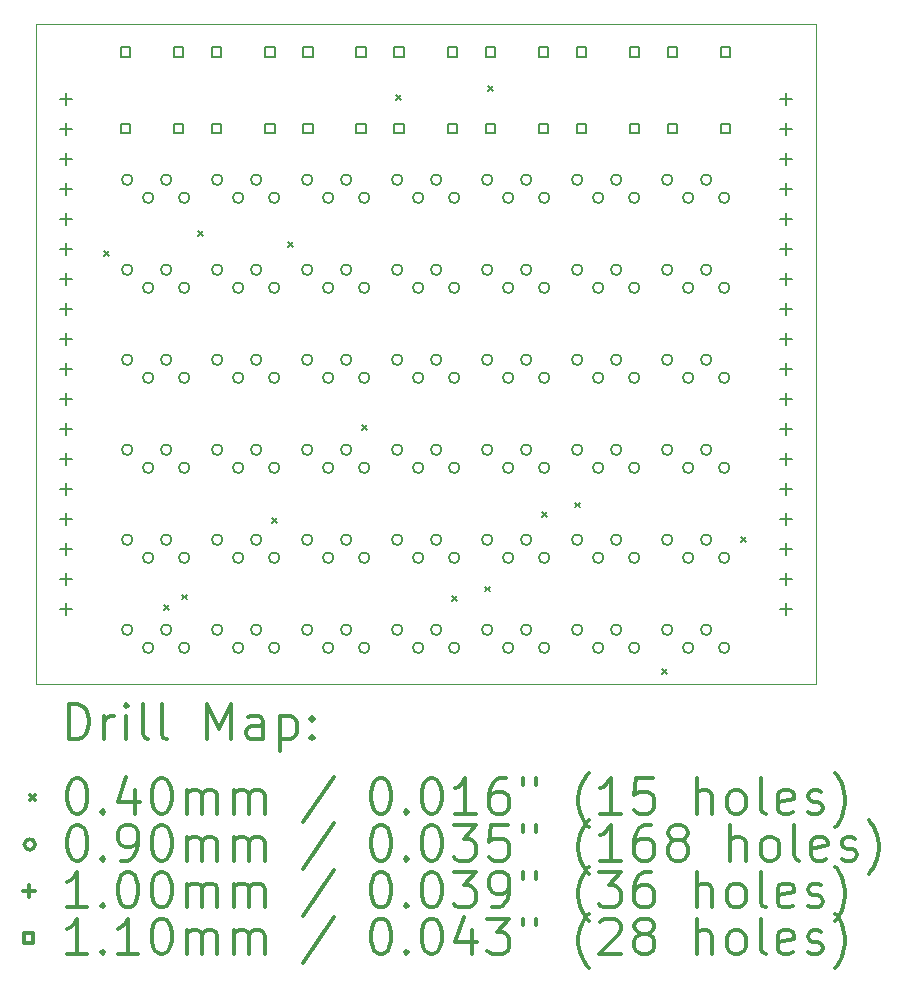
<source format=gbr>
%FSLAX45Y45*%
G04 Gerber Fmt 4.5, Leading zero omitted, Abs format (unit mm)*
G04 Created by KiCad (PCBNEW 5.1.6+dfsg1-1) date 2020-07-01 01:52:53*
%MOMM*%
%LPD*%
G01*
G04 APERTURE LIST*
%TA.AperFunction,Profile*%
%ADD10C,0.100000*%
%TD*%
%ADD11C,0.200000*%
%ADD12C,0.300000*%
G04 APERTURE END LIST*
D10*
X18288000Y-10668000D02*
X24892000Y-10668000D01*
X24892000Y-10668000D02*
X24892000Y-5080000D01*
X24892000Y-5080000D02*
X18288000Y-5080000D01*
X18288000Y-5080000D02*
X18288000Y-10668000D01*
D11*
X18864900Y-7003100D02*
X18904900Y-7043100D01*
X18904900Y-7003100D02*
X18864900Y-7043100D01*
X19372900Y-10000300D02*
X19412900Y-10040300D01*
X19412900Y-10000300D02*
X19372900Y-10040300D01*
X19525300Y-9914570D02*
X19565300Y-9954570D01*
X19565300Y-9914570D02*
X19525300Y-9954570D01*
X19665000Y-6838000D02*
X19705000Y-6878000D01*
X19705000Y-6838000D02*
X19665000Y-6878000D01*
X20287300Y-9263700D02*
X20327300Y-9303700D01*
X20327300Y-9263700D02*
X20287300Y-9303700D01*
X20427000Y-6926900D02*
X20467000Y-6966900D01*
X20467000Y-6926900D02*
X20427000Y-6966900D01*
X21049300Y-8476300D02*
X21089300Y-8516300D01*
X21089300Y-8476300D02*
X21049300Y-8516300D01*
X21341400Y-5685471D02*
X21381400Y-5725471D01*
X21381400Y-5685471D02*
X21341400Y-5725471D01*
X21811300Y-9924100D02*
X21851300Y-9964100D01*
X21851300Y-9924100D02*
X21811300Y-9964100D01*
X22090700Y-9844730D02*
X22130700Y-9884730D01*
X22130700Y-9844730D02*
X22090700Y-9884730D01*
X22116100Y-5606100D02*
X22156100Y-5646100D01*
X22156100Y-5606100D02*
X22116100Y-5646100D01*
X22573300Y-9212900D02*
X22613300Y-9252900D01*
X22613300Y-9212900D02*
X22573300Y-9252900D01*
X22852700Y-9133530D02*
X22892700Y-9173530D01*
X22892700Y-9133530D02*
X22852700Y-9173530D01*
X23589300Y-10546400D02*
X23629300Y-10586400D01*
X23629300Y-10546400D02*
X23589300Y-10586400D01*
X24262400Y-9428800D02*
X24302400Y-9468800D01*
X24302400Y-9428800D02*
X24262400Y-9468800D01*
X21393700Y-8686800D02*
G75*
G03*
X21393700Y-8686800I-45000J0D01*
G01*
X21571500Y-8839200D02*
G75*
G03*
X21571500Y-8839200I-45000J0D01*
G01*
X21723900Y-8686800D02*
G75*
G03*
X21723900Y-8686800I-45000J0D01*
G01*
X21876300Y-8839200D02*
G75*
G03*
X21876300Y-8839200I-45000J0D01*
G01*
X19869700Y-6400800D02*
G75*
G03*
X19869700Y-6400800I-45000J0D01*
G01*
X20047500Y-6553200D02*
G75*
G03*
X20047500Y-6553200I-45000J0D01*
G01*
X20199900Y-6400800D02*
G75*
G03*
X20199900Y-6400800I-45000J0D01*
G01*
X20352300Y-6553200D02*
G75*
G03*
X20352300Y-6553200I-45000J0D01*
G01*
X23679700Y-10210800D02*
G75*
G03*
X23679700Y-10210800I-45000J0D01*
G01*
X23857500Y-10363200D02*
G75*
G03*
X23857500Y-10363200I-45000J0D01*
G01*
X24009900Y-10210800D02*
G75*
G03*
X24009900Y-10210800I-45000J0D01*
G01*
X24162300Y-10363200D02*
G75*
G03*
X24162300Y-10363200I-45000J0D01*
G01*
X19107700Y-10210800D02*
G75*
G03*
X19107700Y-10210800I-45000J0D01*
G01*
X19285500Y-10363200D02*
G75*
G03*
X19285500Y-10363200I-45000J0D01*
G01*
X19437900Y-10210800D02*
G75*
G03*
X19437900Y-10210800I-45000J0D01*
G01*
X19590300Y-10363200D02*
G75*
G03*
X19590300Y-10363200I-45000J0D01*
G01*
X22917700Y-6400800D02*
G75*
G03*
X22917700Y-6400800I-45000J0D01*
G01*
X23095500Y-6553200D02*
G75*
G03*
X23095500Y-6553200I-45000J0D01*
G01*
X23247900Y-6400800D02*
G75*
G03*
X23247900Y-6400800I-45000J0D01*
G01*
X23400300Y-6553200D02*
G75*
G03*
X23400300Y-6553200I-45000J0D01*
G01*
X19107700Y-7162800D02*
G75*
G03*
X19107700Y-7162800I-45000J0D01*
G01*
X19285500Y-7315200D02*
G75*
G03*
X19285500Y-7315200I-45000J0D01*
G01*
X19437900Y-7162800D02*
G75*
G03*
X19437900Y-7162800I-45000J0D01*
G01*
X19590300Y-7315200D02*
G75*
G03*
X19590300Y-7315200I-45000J0D01*
G01*
X21393700Y-7162800D02*
G75*
G03*
X21393700Y-7162800I-45000J0D01*
G01*
X21571500Y-7315200D02*
G75*
G03*
X21571500Y-7315200I-45000J0D01*
G01*
X21723900Y-7162800D02*
G75*
G03*
X21723900Y-7162800I-45000J0D01*
G01*
X21876300Y-7315200D02*
G75*
G03*
X21876300Y-7315200I-45000J0D01*
G01*
X22155700Y-7924800D02*
G75*
G03*
X22155700Y-7924800I-45000J0D01*
G01*
X22333500Y-8077200D02*
G75*
G03*
X22333500Y-8077200I-45000J0D01*
G01*
X22485900Y-7924800D02*
G75*
G03*
X22485900Y-7924800I-45000J0D01*
G01*
X22638300Y-8077200D02*
G75*
G03*
X22638300Y-8077200I-45000J0D01*
G01*
X22155700Y-7162800D02*
G75*
G03*
X22155700Y-7162800I-45000J0D01*
G01*
X22333500Y-7315200D02*
G75*
G03*
X22333500Y-7315200I-45000J0D01*
G01*
X22485900Y-7162800D02*
G75*
G03*
X22485900Y-7162800I-45000J0D01*
G01*
X22638300Y-7315200D02*
G75*
G03*
X22638300Y-7315200I-45000J0D01*
G01*
X20631700Y-8686800D02*
G75*
G03*
X20631700Y-8686800I-45000J0D01*
G01*
X20809500Y-8839200D02*
G75*
G03*
X20809500Y-8839200I-45000J0D01*
G01*
X20961900Y-8686800D02*
G75*
G03*
X20961900Y-8686800I-45000J0D01*
G01*
X21114300Y-8839200D02*
G75*
G03*
X21114300Y-8839200I-45000J0D01*
G01*
X21393700Y-10210800D02*
G75*
G03*
X21393700Y-10210800I-45000J0D01*
G01*
X21571500Y-10363200D02*
G75*
G03*
X21571500Y-10363200I-45000J0D01*
G01*
X21723900Y-10210800D02*
G75*
G03*
X21723900Y-10210800I-45000J0D01*
G01*
X21876300Y-10363200D02*
G75*
G03*
X21876300Y-10363200I-45000J0D01*
G01*
X23679700Y-9448800D02*
G75*
G03*
X23679700Y-9448800I-45000J0D01*
G01*
X23857500Y-9601200D02*
G75*
G03*
X23857500Y-9601200I-45000J0D01*
G01*
X24009900Y-9448800D02*
G75*
G03*
X24009900Y-9448800I-45000J0D01*
G01*
X24162300Y-9601200D02*
G75*
G03*
X24162300Y-9601200I-45000J0D01*
G01*
X22917700Y-7162800D02*
G75*
G03*
X22917700Y-7162800I-45000J0D01*
G01*
X23095500Y-7315200D02*
G75*
G03*
X23095500Y-7315200I-45000J0D01*
G01*
X23247900Y-7162800D02*
G75*
G03*
X23247900Y-7162800I-45000J0D01*
G01*
X23400300Y-7315200D02*
G75*
G03*
X23400300Y-7315200I-45000J0D01*
G01*
X19869700Y-8686800D02*
G75*
G03*
X19869700Y-8686800I-45000J0D01*
G01*
X20047500Y-8839200D02*
G75*
G03*
X20047500Y-8839200I-45000J0D01*
G01*
X20199900Y-8686800D02*
G75*
G03*
X20199900Y-8686800I-45000J0D01*
G01*
X20352300Y-8839200D02*
G75*
G03*
X20352300Y-8839200I-45000J0D01*
G01*
X20631700Y-7162800D02*
G75*
G03*
X20631700Y-7162800I-45000J0D01*
G01*
X20809500Y-7315200D02*
G75*
G03*
X20809500Y-7315200I-45000J0D01*
G01*
X20961900Y-7162800D02*
G75*
G03*
X20961900Y-7162800I-45000J0D01*
G01*
X21114300Y-7315200D02*
G75*
G03*
X21114300Y-7315200I-45000J0D01*
G01*
X22155700Y-6400800D02*
G75*
G03*
X22155700Y-6400800I-45000J0D01*
G01*
X22333500Y-6553200D02*
G75*
G03*
X22333500Y-6553200I-45000J0D01*
G01*
X22485900Y-6400800D02*
G75*
G03*
X22485900Y-6400800I-45000J0D01*
G01*
X22638300Y-6553200D02*
G75*
G03*
X22638300Y-6553200I-45000J0D01*
G01*
X21393700Y-6400800D02*
G75*
G03*
X21393700Y-6400800I-45000J0D01*
G01*
X21571500Y-6553200D02*
G75*
G03*
X21571500Y-6553200I-45000J0D01*
G01*
X21723900Y-6400800D02*
G75*
G03*
X21723900Y-6400800I-45000J0D01*
G01*
X21876300Y-6553200D02*
G75*
G03*
X21876300Y-6553200I-45000J0D01*
G01*
X23679700Y-8686800D02*
G75*
G03*
X23679700Y-8686800I-45000J0D01*
G01*
X23857500Y-8839200D02*
G75*
G03*
X23857500Y-8839200I-45000J0D01*
G01*
X24009900Y-8686800D02*
G75*
G03*
X24009900Y-8686800I-45000J0D01*
G01*
X24162300Y-8839200D02*
G75*
G03*
X24162300Y-8839200I-45000J0D01*
G01*
X19869700Y-9448800D02*
G75*
G03*
X19869700Y-9448800I-45000J0D01*
G01*
X20047500Y-9601200D02*
G75*
G03*
X20047500Y-9601200I-45000J0D01*
G01*
X20199900Y-9448800D02*
G75*
G03*
X20199900Y-9448800I-45000J0D01*
G01*
X20352300Y-9601200D02*
G75*
G03*
X20352300Y-9601200I-45000J0D01*
G01*
X19107700Y-6400800D02*
G75*
G03*
X19107700Y-6400800I-45000J0D01*
G01*
X19285500Y-6553200D02*
G75*
G03*
X19285500Y-6553200I-45000J0D01*
G01*
X19437900Y-6400800D02*
G75*
G03*
X19437900Y-6400800I-45000J0D01*
G01*
X19590300Y-6553200D02*
G75*
G03*
X19590300Y-6553200I-45000J0D01*
G01*
X22155700Y-10210800D02*
G75*
G03*
X22155700Y-10210800I-45000J0D01*
G01*
X22333500Y-10363200D02*
G75*
G03*
X22333500Y-10363200I-45000J0D01*
G01*
X22485900Y-10210800D02*
G75*
G03*
X22485900Y-10210800I-45000J0D01*
G01*
X22638300Y-10363200D02*
G75*
G03*
X22638300Y-10363200I-45000J0D01*
G01*
X23679700Y-6400800D02*
G75*
G03*
X23679700Y-6400800I-45000J0D01*
G01*
X23857500Y-6553200D02*
G75*
G03*
X23857500Y-6553200I-45000J0D01*
G01*
X24009900Y-6400800D02*
G75*
G03*
X24009900Y-6400800I-45000J0D01*
G01*
X24162300Y-6553200D02*
G75*
G03*
X24162300Y-6553200I-45000J0D01*
G01*
X22155700Y-8686800D02*
G75*
G03*
X22155700Y-8686800I-45000J0D01*
G01*
X22333500Y-8839200D02*
G75*
G03*
X22333500Y-8839200I-45000J0D01*
G01*
X22485900Y-8686800D02*
G75*
G03*
X22485900Y-8686800I-45000J0D01*
G01*
X22638300Y-8839200D02*
G75*
G03*
X22638300Y-8839200I-45000J0D01*
G01*
X19107700Y-8686800D02*
G75*
G03*
X19107700Y-8686800I-45000J0D01*
G01*
X19285500Y-8839200D02*
G75*
G03*
X19285500Y-8839200I-45000J0D01*
G01*
X19437900Y-8686800D02*
G75*
G03*
X19437900Y-8686800I-45000J0D01*
G01*
X19590300Y-8839200D02*
G75*
G03*
X19590300Y-8839200I-45000J0D01*
G01*
X21393700Y-7924800D02*
G75*
G03*
X21393700Y-7924800I-45000J0D01*
G01*
X21571500Y-8077200D02*
G75*
G03*
X21571500Y-8077200I-45000J0D01*
G01*
X21723900Y-7924800D02*
G75*
G03*
X21723900Y-7924800I-45000J0D01*
G01*
X21876300Y-8077200D02*
G75*
G03*
X21876300Y-8077200I-45000J0D01*
G01*
X20631700Y-10210800D02*
G75*
G03*
X20631700Y-10210800I-45000J0D01*
G01*
X20809500Y-10363200D02*
G75*
G03*
X20809500Y-10363200I-45000J0D01*
G01*
X20961900Y-10210800D02*
G75*
G03*
X20961900Y-10210800I-45000J0D01*
G01*
X21114300Y-10363200D02*
G75*
G03*
X21114300Y-10363200I-45000J0D01*
G01*
X20631700Y-7924800D02*
G75*
G03*
X20631700Y-7924800I-45000J0D01*
G01*
X20809500Y-8077200D02*
G75*
G03*
X20809500Y-8077200I-45000J0D01*
G01*
X20961900Y-7924800D02*
G75*
G03*
X20961900Y-7924800I-45000J0D01*
G01*
X21114300Y-8077200D02*
G75*
G03*
X21114300Y-8077200I-45000J0D01*
G01*
X22917700Y-10210800D02*
G75*
G03*
X22917700Y-10210800I-45000J0D01*
G01*
X23095500Y-10363200D02*
G75*
G03*
X23095500Y-10363200I-45000J0D01*
G01*
X23247900Y-10210800D02*
G75*
G03*
X23247900Y-10210800I-45000J0D01*
G01*
X23400300Y-10363200D02*
G75*
G03*
X23400300Y-10363200I-45000J0D01*
G01*
X19107700Y-9448800D02*
G75*
G03*
X19107700Y-9448800I-45000J0D01*
G01*
X19285500Y-9601200D02*
G75*
G03*
X19285500Y-9601200I-45000J0D01*
G01*
X19437900Y-9448800D02*
G75*
G03*
X19437900Y-9448800I-45000J0D01*
G01*
X19590300Y-9601200D02*
G75*
G03*
X19590300Y-9601200I-45000J0D01*
G01*
X22917700Y-7924800D02*
G75*
G03*
X22917700Y-7924800I-45000J0D01*
G01*
X23095500Y-8077200D02*
G75*
G03*
X23095500Y-8077200I-45000J0D01*
G01*
X23247900Y-7924800D02*
G75*
G03*
X23247900Y-7924800I-45000J0D01*
G01*
X23400300Y-8077200D02*
G75*
G03*
X23400300Y-8077200I-45000J0D01*
G01*
X23679700Y-7924800D02*
G75*
G03*
X23679700Y-7924800I-45000J0D01*
G01*
X23857500Y-8077200D02*
G75*
G03*
X23857500Y-8077200I-45000J0D01*
G01*
X24009900Y-7924800D02*
G75*
G03*
X24009900Y-7924800I-45000J0D01*
G01*
X24162300Y-8077200D02*
G75*
G03*
X24162300Y-8077200I-45000J0D01*
G01*
X19869700Y-10210800D02*
G75*
G03*
X19869700Y-10210800I-45000J0D01*
G01*
X20047500Y-10363200D02*
G75*
G03*
X20047500Y-10363200I-45000J0D01*
G01*
X20199900Y-10210800D02*
G75*
G03*
X20199900Y-10210800I-45000J0D01*
G01*
X20352300Y-10363200D02*
G75*
G03*
X20352300Y-10363200I-45000J0D01*
G01*
X19869700Y-7924800D02*
G75*
G03*
X19869700Y-7924800I-45000J0D01*
G01*
X20047500Y-8077200D02*
G75*
G03*
X20047500Y-8077200I-45000J0D01*
G01*
X20199900Y-7924800D02*
G75*
G03*
X20199900Y-7924800I-45000J0D01*
G01*
X20352300Y-8077200D02*
G75*
G03*
X20352300Y-8077200I-45000J0D01*
G01*
X22917700Y-9448800D02*
G75*
G03*
X22917700Y-9448800I-45000J0D01*
G01*
X23095500Y-9601200D02*
G75*
G03*
X23095500Y-9601200I-45000J0D01*
G01*
X23247900Y-9448800D02*
G75*
G03*
X23247900Y-9448800I-45000J0D01*
G01*
X23400300Y-9601200D02*
G75*
G03*
X23400300Y-9601200I-45000J0D01*
G01*
X19107700Y-7924800D02*
G75*
G03*
X19107700Y-7924800I-45000J0D01*
G01*
X19285500Y-8077200D02*
G75*
G03*
X19285500Y-8077200I-45000J0D01*
G01*
X19437900Y-7924800D02*
G75*
G03*
X19437900Y-7924800I-45000J0D01*
G01*
X19590300Y-8077200D02*
G75*
G03*
X19590300Y-8077200I-45000J0D01*
G01*
X20631700Y-6400800D02*
G75*
G03*
X20631700Y-6400800I-45000J0D01*
G01*
X20809500Y-6553200D02*
G75*
G03*
X20809500Y-6553200I-45000J0D01*
G01*
X20961900Y-6400800D02*
G75*
G03*
X20961900Y-6400800I-45000J0D01*
G01*
X21114300Y-6553200D02*
G75*
G03*
X21114300Y-6553200I-45000J0D01*
G01*
X22155700Y-9448800D02*
G75*
G03*
X22155700Y-9448800I-45000J0D01*
G01*
X22333500Y-9601200D02*
G75*
G03*
X22333500Y-9601200I-45000J0D01*
G01*
X22485900Y-9448800D02*
G75*
G03*
X22485900Y-9448800I-45000J0D01*
G01*
X22638300Y-9601200D02*
G75*
G03*
X22638300Y-9601200I-45000J0D01*
G01*
X22917700Y-8686800D02*
G75*
G03*
X22917700Y-8686800I-45000J0D01*
G01*
X23095500Y-8839200D02*
G75*
G03*
X23095500Y-8839200I-45000J0D01*
G01*
X23247900Y-8686800D02*
G75*
G03*
X23247900Y-8686800I-45000J0D01*
G01*
X23400300Y-8839200D02*
G75*
G03*
X23400300Y-8839200I-45000J0D01*
G01*
X21393700Y-9448800D02*
G75*
G03*
X21393700Y-9448800I-45000J0D01*
G01*
X21571500Y-9601200D02*
G75*
G03*
X21571500Y-9601200I-45000J0D01*
G01*
X21723900Y-9448800D02*
G75*
G03*
X21723900Y-9448800I-45000J0D01*
G01*
X21876300Y-9601200D02*
G75*
G03*
X21876300Y-9601200I-45000J0D01*
G01*
X23679700Y-7162800D02*
G75*
G03*
X23679700Y-7162800I-45000J0D01*
G01*
X23857500Y-7315200D02*
G75*
G03*
X23857500Y-7315200I-45000J0D01*
G01*
X24009900Y-7162800D02*
G75*
G03*
X24009900Y-7162800I-45000J0D01*
G01*
X24162300Y-7315200D02*
G75*
G03*
X24162300Y-7315200I-45000J0D01*
G01*
X20631700Y-9448800D02*
G75*
G03*
X20631700Y-9448800I-45000J0D01*
G01*
X20809500Y-9601200D02*
G75*
G03*
X20809500Y-9601200I-45000J0D01*
G01*
X20961900Y-9448800D02*
G75*
G03*
X20961900Y-9448800I-45000J0D01*
G01*
X21114300Y-9601200D02*
G75*
G03*
X21114300Y-9601200I-45000J0D01*
G01*
X19869700Y-7162800D02*
G75*
G03*
X19869700Y-7162800I-45000J0D01*
G01*
X20047500Y-7315200D02*
G75*
G03*
X20047500Y-7315200I-45000J0D01*
G01*
X20199900Y-7162800D02*
G75*
G03*
X20199900Y-7162800I-45000J0D01*
G01*
X20352300Y-7315200D02*
G75*
G03*
X20352300Y-7315200I-45000J0D01*
G01*
X24638000Y-5665000D02*
X24638000Y-5765000D01*
X24588000Y-5715000D02*
X24688000Y-5715000D01*
X24638000Y-5919000D02*
X24638000Y-6019000D01*
X24588000Y-5969000D02*
X24688000Y-5969000D01*
X24638000Y-6173000D02*
X24638000Y-6273000D01*
X24588000Y-6223000D02*
X24688000Y-6223000D01*
X24638000Y-6427000D02*
X24638000Y-6527000D01*
X24588000Y-6477000D02*
X24688000Y-6477000D01*
X24638000Y-6681000D02*
X24638000Y-6781000D01*
X24588000Y-6731000D02*
X24688000Y-6731000D01*
X24638000Y-6935000D02*
X24638000Y-7035000D01*
X24588000Y-6985000D02*
X24688000Y-6985000D01*
X24638000Y-7189000D02*
X24638000Y-7289000D01*
X24588000Y-7239000D02*
X24688000Y-7239000D01*
X24638000Y-7443000D02*
X24638000Y-7543000D01*
X24588000Y-7493000D02*
X24688000Y-7493000D01*
X24638000Y-7697000D02*
X24638000Y-7797000D01*
X24588000Y-7747000D02*
X24688000Y-7747000D01*
X24638000Y-7951000D02*
X24638000Y-8051000D01*
X24588000Y-8001000D02*
X24688000Y-8001000D01*
X24638000Y-8205000D02*
X24638000Y-8305000D01*
X24588000Y-8255000D02*
X24688000Y-8255000D01*
X24638000Y-8459000D02*
X24638000Y-8559000D01*
X24588000Y-8509000D02*
X24688000Y-8509000D01*
X24638000Y-8713000D02*
X24638000Y-8813000D01*
X24588000Y-8763000D02*
X24688000Y-8763000D01*
X24638000Y-8967000D02*
X24638000Y-9067000D01*
X24588000Y-9017000D02*
X24688000Y-9017000D01*
X24638000Y-9221000D02*
X24638000Y-9321000D01*
X24588000Y-9271000D02*
X24688000Y-9271000D01*
X24638000Y-9475000D02*
X24638000Y-9575000D01*
X24588000Y-9525000D02*
X24688000Y-9525000D01*
X24638000Y-9729000D02*
X24638000Y-9829000D01*
X24588000Y-9779000D02*
X24688000Y-9779000D01*
X24638000Y-9983000D02*
X24638000Y-10083000D01*
X24588000Y-10033000D02*
X24688000Y-10033000D01*
X18542000Y-5665000D02*
X18542000Y-5765000D01*
X18492000Y-5715000D02*
X18592000Y-5715000D01*
X18542000Y-5919000D02*
X18542000Y-6019000D01*
X18492000Y-5969000D02*
X18592000Y-5969000D01*
X18542000Y-6173000D02*
X18542000Y-6273000D01*
X18492000Y-6223000D02*
X18592000Y-6223000D01*
X18542000Y-6427000D02*
X18542000Y-6527000D01*
X18492000Y-6477000D02*
X18592000Y-6477000D01*
X18542000Y-6681000D02*
X18542000Y-6781000D01*
X18492000Y-6731000D02*
X18592000Y-6731000D01*
X18542000Y-6935000D02*
X18542000Y-7035000D01*
X18492000Y-6985000D02*
X18592000Y-6985000D01*
X18542000Y-7189000D02*
X18542000Y-7289000D01*
X18492000Y-7239000D02*
X18592000Y-7239000D01*
X18542000Y-7443000D02*
X18542000Y-7543000D01*
X18492000Y-7493000D02*
X18592000Y-7493000D01*
X18542000Y-7697000D02*
X18542000Y-7797000D01*
X18492000Y-7747000D02*
X18592000Y-7747000D01*
X18542000Y-7951000D02*
X18542000Y-8051000D01*
X18492000Y-8001000D02*
X18592000Y-8001000D01*
X18542000Y-8205000D02*
X18542000Y-8305000D01*
X18492000Y-8255000D02*
X18592000Y-8255000D01*
X18542000Y-8459000D02*
X18542000Y-8559000D01*
X18492000Y-8509000D02*
X18592000Y-8509000D01*
X18542000Y-8713000D02*
X18542000Y-8813000D01*
X18492000Y-8763000D02*
X18592000Y-8763000D01*
X18542000Y-8967000D02*
X18542000Y-9067000D01*
X18492000Y-9017000D02*
X18592000Y-9017000D01*
X18542000Y-9221000D02*
X18542000Y-9321000D01*
X18492000Y-9271000D02*
X18592000Y-9271000D01*
X18542000Y-9475000D02*
X18542000Y-9575000D01*
X18492000Y-9525000D02*
X18592000Y-9525000D01*
X18542000Y-9729000D02*
X18542000Y-9829000D01*
X18492000Y-9779000D02*
X18592000Y-9779000D01*
X18542000Y-9983000D02*
X18542000Y-10083000D01*
X18492000Y-10033000D02*
X18592000Y-10033000D01*
X22947224Y-5357891D02*
X22947224Y-5280109D01*
X22869442Y-5280109D01*
X22869442Y-5357891D01*
X22947224Y-5357891D01*
X22947224Y-6007891D02*
X22947224Y-5930109D01*
X22869442Y-5930109D01*
X22869442Y-6007891D01*
X22947224Y-6007891D01*
X23397224Y-5357891D02*
X23397224Y-5280109D01*
X23319442Y-5280109D01*
X23319442Y-5357891D01*
X23397224Y-5357891D01*
X23397224Y-6007891D02*
X23397224Y-5930109D01*
X23319442Y-5930109D01*
X23319442Y-6007891D01*
X23397224Y-6007891D01*
X22175558Y-5357891D02*
X22175558Y-5280109D01*
X22097775Y-5280109D01*
X22097775Y-5357891D01*
X22175558Y-5357891D01*
X22175558Y-6007891D02*
X22175558Y-5930109D01*
X22097775Y-5930109D01*
X22097775Y-6007891D01*
X22175558Y-6007891D01*
X22625558Y-5357891D02*
X22625558Y-5280109D01*
X22547775Y-5280109D01*
X22547775Y-5357891D01*
X22625558Y-5357891D01*
X22625558Y-6007891D02*
X22625558Y-5930109D01*
X22547775Y-5930109D01*
X22547775Y-6007891D01*
X22625558Y-6007891D01*
X19088891Y-5357891D02*
X19088891Y-5280109D01*
X19011109Y-5280109D01*
X19011109Y-5357891D01*
X19088891Y-5357891D01*
X19088891Y-6007891D02*
X19088891Y-5930109D01*
X19011109Y-5930109D01*
X19011109Y-6007891D01*
X19088891Y-6007891D01*
X19538891Y-5357891D02*
X19538891Y-5280109D01*
X19461109Y-5280109D01*
X19461109Y-5357891D01*
X19538891Y-5357891D01*
X19538891Y-6007891D02*
X19538891Y-5930109D01*
X19461109Y-5930109D01*
X19461109Y-6007891D01*
X19538891Y-6007891D01*
X23718891Y-5357891D02*
X23718891Y-5280109D01*
X23641109Y-5280109D01*
X23641109Y-5357891D01*
X23718891Y-5357891D01*
X23718891Y-6007891D02*
X23718891Y-5930109D01*
X23641109Y-5930109D01*
X23641109Y-6007891D01*
X23718891Y-6007891D01*
X24168891Y-5357891D02*
X24168891Y-5280109D01*
X24091109Y-5280109D01*
X24091109Y-5357891D01*
X24168891Y-5357891D01*
X24168891Y-6007891D02*
X24168891Y-5930109D01*
X24091109Y-5930109D01*
X24091109Y-6007891D01*
X24168891Y-6007891D01*
X20632224Y-5357891D02*
X20632224Y-5280109D01*
X20554442Y-5280109D01*
X20554442Y-5357891D01*
X20632224Y-5357891D01*
X20632224Y-6007891D02*
X20632224Y-5930109D01*
X20554442Y-5930109D01*
X20554442Y-6007891D01*
X20632224Y-6007891D01*
X21082224Y-5357891D02*
X21082224Y-5280109D01*
X21004442Y-5280109D01*
X21004442Y-5357891D01*
X21082224Y-5357891D01*
X21082224Y-6007891D02*
X21082224Y-5930109D01*
X21004442Y-5930109D01*
X21004442Y-6007891D01*
X21082224Y-6007891D01*
X21403891Y-5357891D02*
X21403891Y-5280109D01*
X21326109Y-5280109D01*
X21326109Y-5357891D01*
X21403891Y-5357891D01*
X21403891Y-6007891D02*
X21403891Y-5930109D01*
X21326109Y-5930109D01*
X21326109Y-6007891D01*
X21403891Y-6007891D01*
X21853891Y-5357891D02*
X21853891Y-5280109D01*
X21776109Y-5280109D01*
X21776109Y-5357891D01*
X21853891Y-5357891D01*
X21853891Y-6007891D02*
X21853891Y-5930109D01*
X21776109Y-5930109D01*
X21776109Y-6007891D01*
X21853891Y-6007891D01*
X19860558Y-5357891D02*
X19860558Y-5280109D01*
X19782775Y-5280109D01*
X19782775Y-5357891D01*
X19860558Y-5357891D01*
X19860558Y-6007891D02*
X19860558Y-5930109D01*
X19782775Y-5930109D01*
X19782775Y-6007891D01*
X19860558Y-6007891D01*
X20310558Y-5357891D02*
X20310558Y-5280109D01*
X20232775Y-5280109D01*
X20232775Y-5357891D01*
X20310558Y-5357891D01*
X20310558Y-6007891D02*
X20310558Y-5930109D01*
X20232775Y-5930109D01*
X20232775Y-6007891D01*
X20310558Y-6007891D01*
D12*
X18569428Y-11138714D02*
X18569428Y-10838714D01*
X18640857Y-10838714D01*
X18683714Y-10853000D01*
X18712286Y-10881572D01*
X18726571Y-10910143D01*
X18740857Y-10967286D01*
X18740857Y-11010143D01*
X18726571Y-11067286D01*
X18712286Y-11095857D01*
X18683714Y-11124429D01*
X18640857Y-11138714D01*
X18569428Y-11138714D01*
X18869428Y-11138714D02*
X18869428Y-10938714D01*
X18869428Y-10995857D02*
X18883714Y-10967286D01*
X18898000Y-10953000D01*
X18926571Y-10938714D01*
X18955143Y-10938714D01*
X19055143Y-11138714D02*
X19055143Y-10938714D01*
X19055143Y-10838714D02*
X19040857Y-10853000D01*
X19055143Y-10867286D01*
X19069428Y-10853000D01*
X19055143Y-10838714D01*
X19055143Y-10867286D01*
X19240857Y-11138714D02*
X19212286Y-11124429D01*
X19198000Y-11095857D01*
X19198000Y-10838714D01*
X19398000Y-11138714D02*
X19369428Y-11124429D01*
X19355143Y-11095857D01*
X19355143Y-10838714D01*
X19740857Y-11138714D02*
X19740857Y-10838714D01*
X19840857Y-11053000D01*
X19940857Y-10838714D01*
X19940857Y-11138714D01*
X20212286Y-11138714D02*
X20212286Y-10981572D01*
X20198000Y-10953000D01*
X20169428Y-10938714D01*
X20112286Y-10938714D01*
X20083714Y-10953000D01*
X20212286Y-11124429D02*
X20183714Y-11138714D01*
X20112286Y-11138714D01*
X20083714Y-11124429D01*
X20069428Y-11095857D01*
X20069428Y-11067286D01*
X20083714Y-11038714D01*
X20112286Y-11024429D01*
X20183714Y-11024429D01*
X20212286Y-11010143D01*
X20355143Y-10938714D02*
X20355143Y-11238714D01*
X20355143Y-10953000D02*
X20383714Y-10938714D01*
X20440857Y-10938714D01*
X20469428Y-10953000D01*
X20483714Y-10967286D01*
X20498000Y-10995857D01*
X20498000Y-11081572D01*
X20483714Y-11110143D01*
X20469428Y-11124429D01*
X20440857Y-11138714D01*
X20383714Y-11138714D01*
X20355143Y-11124429D01*
X20626571Y-11110143D02*
X20640857Y-11124429D01*
X20626571Y-11138714D01*
X20612286Y-11124429D01*
X20626571Y-11110143D01*
X20626571Y-11138714D01*
X20626571Y-10953000D02*
X20640857Y-10967286D01*
X20626571Y-10981572D01*
X20612286Y-10967286D01*
X20626571Y-10953000D01*
X20626571Y-10981572D01*
X18243000Y-11613000D02*
X18283000Y-11653000D01*
X18283000Y-11613000D02*
X18243000Y-11653000D01*
X18626571Y-11468714D02*
X18655143Y-11468714D01*
X18683714Y-11483000D01*
X18698000Y-11497286D01*
X18712286Y-11525857D01*
X18726571Y-11583000D01*
X18726571Y-11654429D01*
X18712286Y-11711571D01*
X18698000Y-11740143D01*
X18683714Y-11754429D01*
X18655143Y-11768714D01*
X18626571Y-11768714D01*
X18598000Y-11754429D01*
X18583714Y-11740143D01*
X18569428Y-11711571D01*
X18555143Y-11654429D01*
X18555143Y-11583000D01*
X18569428Y-11525857D01*
X18583714Y-11497286D01*
X18598000Y-11483000D01*
X18626571Y-11468714D01*
X18855143Y-11740143D02*
X18869428Y-11754429D01*
X18855143Y-11768714D01*
X18840857Y-11754429D01*
X18855143Y-11740143D01*
X18855143Y-11768714D01*
X19126571Y-11568714D02*
X19126571Y-11768714D01*
X19055143Y-11454429D02*
X18983714Y-11668714D01*
X19169428Y-11668714D01*
X19340857Y-11468714D02*
X19369428Y-11468714D01*
X19398000Y-11483000D01*
X19412286Y-11497286D01*
X19426571Y-11525857D01*
X19440857Y-11583000D01*
X19440857Y-11654429D01*
X19426571Y-11711571D01*
X19412286Y-11740143D01*
X19398000Y-11754429D01*
X19369428Y-11768714D01*
X19340857Y-11768714D01*
X19312286Y-11754429D01*
X19298000Y-11740143D01*
X19283714Y-11711571D01*
X19269428Y-11654429D01*
X19269428Y-11583000D01*
X19283714Y-11525857D01*
X19298000Y-11497286D01*
X19312286Y-11483000D01*
X19340857Y-11468714D01*
X19569428Y-11768714D02*
X19569428Y-11568714D01*
X19569428Y-11597286D02*
X19583714Y-11583000D01*
X19612286Y-11568714D01*
X19655143Y-11568714D01*
X19683714Y-11583000D01*
X19698000Y-11611571D01*
X19698000Y-11768714D01*
X19698000Y-11611571D02*
X19712286Y-11583000D01*
X19740857Y-11568714D01*
X19783714Y-11568714D01*
X19812286Y-11583000D01*
X19826571Y-11611571D01*
X19826571Y-11768714D01*
X19969428Y-11768714D02*
X19969428Y-11568714D01*
X19969428Y-11597286D02*
X19983714Y-11583000D01*
X20012286Y-11568714D01*
X20055143Y-11568714D01*
X20083714Y-11583000D01*
X20098000Y-11611571D01*
X20098000Y-11768714D01*
X20098000Y-11611571D02*
X20112286Y-11583000D01*
X20140857Y-11568714D01*
X20183714Y-11568714D01*
X20212286Y-11583000D01*
X20226571Y-11611571D01*
X20226571Y-11768714D01*
X20812286Y-11454429D02*
X20555143Y-11840143D01*
X21198000Y-11468714D02*
X21226571Y-11468714D01*
X21255143Y-11483000D01*
X21269428Y-11497286D01*
X21283714Y-11525857D01*
X21298000Y-11583000D01*
X21298000Y-11654429D01*
X21283714Y-11711571D01*
X21269428Y-11740143D01*
X21255143Y-11754429D01*
X21226571Y-11768714D01*
X21198000Y-11768714D01*
X21169428Y-11754429D01*
X21155143Y-11740143D01*
X21140857Y-11711571D01*
X21126571Y-11654429D01*
X21126571Y-11583000D01*
X21140857Y-11525857D01*
X21155143Y-11497286D01*
X21169428Y-11483000D01*
X21198000Y-11468714D01*
X21426571Y-11740143D02*
X21440857Y-11754429D01*
X21426571Y-11768714D01*
X21412286Y-11754429D01*
X21426571Y-11740143D01*
X21426571Y-11768714D01*
X21626571Y-11468714D02*
X21655143Y-11468714D01*
X21683714Y-11483000D01*
X21698000Y-11497286D01*
X21712286Y-11525857D01*
X21726571Y-11583000D01*
X21726571Y-11654429D01*
X21712286Y-11711571D01*
X21698000Y-11740143D01*
X21683714Y-11754429D01*
X21655143Y-11768714D01*
X21626571Y-11768714D01*
X21598000Y-11754429D01*
X21583714Y-11740143D01*
X21569428Y-11711571D01*
X21555143Y-11654429D01*
X21555143Y-11583000D01*
X21569428Y-11525857D01*
X21583714Y-11497286D01*
X21598000Y-11483000D01*
X21626571Y-11468714D01*
X22012286Y-11768714D02*
X21840857Y-11768714D01*
X21926571Y-11768714D02*
X21926571Y-11468714D01*
X21898000Y-11511571D01*
X21869428Y-11540143D01*
X21840857Y-11554429D01*
X22269428Y-11468714D02*
X22212286Y-11468714D01*
X22183714Y-11483000D01*
X22169428Y-11497286D01*
X22140857Y-11540143D01*
X22126571Y-11597286D01*
X22126571Y-11711571D01*
X22140857Y-11740143D01*
X22155143Y-11754429D01*
X22183714Y-11768714D01*
X22240857Y-11768714D01*
X22269428Y-11754429D01*
X22283714Y-11740143D01*
X22298000Y-11711571D01*
X22298000Y-11640143D01*
X22283714Y-11611571D01*
X22269428Y-11597286D01*
X22240857Y-11583000D01*
X22183714Y-11583000D01*
X22155143Y-11597286D01*
X22140857Y-11611571D01*
X22126571Y-11640143D01*
X22412286Y-11468714D02*
X22412286Y-11525857D01*
X22526571Y-11468714D02*
X22526571Y-11525857D01*
X22969428Y-11883000D02*
X22955143Y-11868714D01*
X22926571Y-11825857D01*
X22912286Y-11797286D01*
X22898000Y-11754429D01*
X22883714Y-11683000D01*
X22883714Y-11625857D01*
X22898000Y-11554429D01*
X22912286Y-11511571D01*
X22926571Y-11483000D01*
X22955143Y-11440143D01*
X22969428Y-11425857D01*
X23240857Y-11768714D02*
X23069428Y-11768714D01*
X23155143Y-11768714D02*
X23155143Y-11468714D01*
X23126571Y-11511571D01*
X23098000Y-11540143D01*
X23069428Y-11554429D01*
X23512286Y-11468714D02*
X23369428Y-11468714D01*
X23355143Y-11611571D01*
X23369428Y-11597286D01*
X23398000Y-11583000D01*
X23469428Y-11583000D01*
X23498000Y-11597286D01*
X23512286Y-11611571D01*
X23526571Y-11640143D01*
X23526571Y-11711571D01*
X23512286Y-11740143D01*
X23498000Y-11754429D01*
X23469428Y-11768714D01*
X23398000Y-11768714D01*
X23369428Y-11754429D01*
X23355143Y-11740143D01*
X23883714Y-11768714D02*
X23883714Y-11468714D01*
X24012286Y-11768714D02*
X24012286Y-11611571D01*
X23998000Y-11583000D01*
X23969428Y-11568714D01*
X23926571Y-11568714D01*
X23898000Y-11583000D01*
X23883714Y-11597286D01*
X24198000Y-11768714D02*
X24169428Y-11754429D01*
X24155143Y-11740143D01*
X24140857Y-11711571D01*
X24140857Y-11625857D01*
X24155143Y-11597286D01*
X24169428Y-11583000D01*
X24198000Y-11568714D01*
X24240857Y-11568714D01*
X24269428Y-11583000D01*
X24283714Y-11597286D01*
X24298000Y-11625857D01*
X24298000Y-11711571D01*
X24283714Y-11740143D01*
X24269428Y-11754429D01*
X24240857Y-11768714D01*
X24198000Y-11768714D01*
X24469428Y-11768714D02*
X24440857Y-11754429D01*
X24426571Y-11725857D01*
X24426571Y-11468714D01*
X24698000Y-11754429D02*
X24669428Y-11768714D01*
X24612286Y-11768714D01*
X24583714Y-11754429D01*
X24569428Y-11725857D01*
X24569428Y-11611571D01*
X24583714Y-11583000D01*
X24612286Y-11568714D01*
X24669428Y-11568714D01*
X24698000Y-11583000D01*
X24712286Y-11611571D01*
X24712286Y-11640143D01*
X24569428Y-11668714D01*
X24826571Y-11754429D02*
X24855143Y-11768714D01*
X24912286Y-11768714D01*
X24940857Y-11754429D01*
X24955143Y-11725857D01*
X24955143Y-11711571D01*
X24940857Y-11683000D01*
X24912286Y-11668714D01*
X24869428Y-11668714D01*
X24840857Y-11654429D01*
X24826571Y-11625857D01*
X24826571Y-11611571D01*
X24840857Y-11583000D01*
X24869428Y-11568714D01*
X24912286Y-11568714D01*
X24940857Y-11583000D01*
X25055143Y-11883000D02*
X25069428Y-11868714D01*
X25098000Y-11825857D01*
X25112286Y-11797286D01*
X25126571Y-11754429D01*
X25140857Y-11683000D01*
X25140857Y-11625857D01*
X25126571Y-11554429D01*
X25112286Y-11511571D01*
X25098000Y-11483000D01*
X25069428Y-11440143D01*
X25055143Y-11425857D01*
X18283000Y-12029000D02*
G75*
G03*
X18283000Y-12029000I-45000J0D01*
G01*
X18626571Y-11864714D02*
X18655143Y-11864714D01*
X18683714Y-11879000D01*
X18698000Y-11893286D01*
X18712286Y-11921857D01*
X18726571Y-11979000D01*
X18726571Y-12050429D01*
X18712286Y-12107571D01*
X18698000Y-12136143D01*
X18683714Y-12150429D01*
X18655143Y-12164714D01*
X18626571Y-12164714D01*
X18598000Y-12150429D01*
X18583714Y-12136143D01*
X18569428Y-12107571D01*
X18555143Y-12050429D01*
X18555143Y-11979000D01*
X18569428Y-11921857D01*
X18583714Y-11893286D01*
X18598000Y-11879000D01*
X18626571Y-11864714D01*
X18855143Y-12136143D02*
X18869428Y-12150429D01*
X18855143Y-12164714D01*
X18840857Y-12150429D01*
X18855143Y-12136143D01*
X18855143Y-12164714D01*
X19012286Y-12164714D02*
X19069428Y-12164714D01*
X19098000Y-12150429D01*
X19112286Y-12136143D01*
X19140857Y-12093286D01*
X19155143Y-12036143D01*
X19155143Y-11921857D01*
X19140857Y-11893286D01*
X19126571Y-11879000D01*
X19098000Y-11864714D01*
X19040857Y-11864714D01*
X19012286Y-11879000D01*
X18998000Y-11893286D01*
X18983714Y-11921857D01*
X18983714Y-11993286D01*
X18998000Y-12021857D01*
X19012286Y-12036143D01*
X19040857Y-12050429D01*
X19098000Y-12050429D01*
X19126571Y-12036143D01*
X19140857Y-12021857D01*
X19155143Y-11993286D01*
X19340857Y-11864714D02*
X19369428Y-11864714D01*
X19398000Y-11879000D01*
X19412286Y-11893286D01*
X19426571Y-11921857D01*
X19440857Y-11979000D01*
X19440857Y-12050429D01*
X19426571Y-12107571D01*
X19412286Y-12136143D01*
X19398000Y-12150429D01*
X19369428Y-12164714D01*
X19340857Y-12164714D01*
X19312286Y-12150429D01*
X19298000Y-12136143D01*
X19283714Y-12107571D01*
X19269428Y-12050429D01*
X19269428Y-11979000D01*
X19283714Y-11921857D01*
X19298000Y-11893286D01*
X19312286Y-11879000D01*
X19340857Y-11864714D01*
X19569428Y-12164714D02*
X19569428Y-11964714D01*
X19569428Y-11993286D02*
X19583714Y-11979000D01*
X19612286Y-11964714D01*
X19655143Y-11964714D01*
X19683714Y-11979000D01*
X19698000Y-12007571D01*
X19698000Y-12164714D01*
X19698000Y-12007571D02*
X19712286Y-11979000D01*
X19740857Y-11964714D01*
X19783714Y-11964714D01*
X19812286Y-11979000D01*
X19826571Y-12007571D01*
X19826571Y-12164714D01*
X19969428Y-12164714D02*
X19969428Y-11964714D01*
X19969428Y-11993286D02*
X19983714Y-11979000D01*
X20012286Y-11964714D01*
X20055143Y-11964714D01*
X20083714Y-11979000D01*
X20098000Y-12007571D01*
X20098000Y-12164714D01*
X20098000Y-12007571D02*
X20112286Y-11979000D01*
X20140857Y-11964714D01*
X20183714Y-11964714D01*
X20212286Y-11979000D01*
X20226571Y-12007571D01*
X20226571Y-12164714D01*
X20812286Y-11850429D02*
X20555143Y-12236143D01*
X21198000Y-11864714D02*
X21226571Y-11864714D01*
X21255143Y-11879000D01*
X21269428Y-11893286D01*
X21283714Y-11921857D01*
X21298000Y-11979000D01*
X21298000Y-12050429D01*
X21283714Y-12107571D01*
X21269428Y-12136143D01*
X21255143Y-12150429D01*
X21226571Y-12164714D01*
X21198000Y-12164714D01*
X21169428Y-12150429D01*
X21155143Y-12136143D01*
X21140857Y-12107571D01*
X21126571Y-12050429D01*
X21126571Y-11979000D01*
X21140857Y-11921857D01*
X21155143Y-11893286D01*
X21169428Y-11879000D01*
X21198000Y-11864714D01*
X21426571Y-12136143D02*
X21440857Y-12150429D01*
X21426571Y-12164714D01*
X21412286Y-12150429D01*
X21426571Y-12136143D01*
X21426571Y-12164714D01*
X21626571Y-11864714D02*
X21655143Y-11864714D01*
X21683714Y-11879000D01*
X21698000Y-11893286D01*
X21712286Y-11921857D01*
X21726571Y-11979000D01*
X21726571Y-12050429D01*
X21712286Y-12107571D01*
X21698000Y-12136143D01*
X21683714Y-12150429D01*
X21655143Y-12164714D01*
X21626571Y-12164714D01*
X21598000Y-12150429D01*
X21583714Y-12136143D01*
X21569428Y-12107571D01*
X21555143Y-12050429D01*
X21555143Y-11979000D01*
X21569428Y-11921857D01*
X21583714Y-11893286D01*
X21598000Y-11879000D01*
X21626571Y-11864714D01*
X21826571Y-11864714D02*
X22012286Y-11864714D01*
X21912286Y-11979000D01*
X21955143Y-11979000D01*
X21983714Y-11993286D01*
X21998000Y-12007571D01*
X22012286Y-12036143D01*
X22012286Y-12107571D01*
X21998000Y-12136143D01*
X21983714Y-12150429D01*
X21955143Y-12164714D01*
X21869428Y-12164714D01*
X21840857Y-12150429D01*
X21826571Y-12136143D01*
X22283714Y-11864714D02*
X22140857Y-11864714D01*
X22126571Y-12007571D01*
X22140857Y-11993286D01*
X22169428Y-11979000D01*
X22240857Y-11979000D01*
X22269428Y-11993286D01*
X22283714Y-12007571D01*
X22298000Y-12036143D01*
X22298000Y-12107571D01*
X22283714Y-12136143D01*
X22269428Y-12150429D01*
X22240857Y-12164714D01*
X22169428Y-12164714D01*
X22140857Y-12150429D01*
X22126571Y-12136143D01*
X22412286Y-11864714D02*
X22412286Y-11921857D01*
X22526571Y-11864714D02*
X22526571Y-11921857D01*
X22969428Y-12279000D02*
X22955143Y-12264714D01*
X22926571Y-12221857D01*
X22912286Y-12193286D01*
X22898000Y-12150429D01*
X22883714Y-12079000D01*
X22883714Y-12021857D01*
X22898000Y-11950429D01*
X22912286Y-11907571D01*
X22926571Y-11879000D01*
X22955143Y-11836143D01*
X22969428Y-11821857D01*
X23240857Y-12164714D02*
X23069428Y-12164714D01*
X23155143Y-12164714D02*
X23155143Y-11864714D01*
X23126571Y-11907571D01*
X23098000Y-11936143D01*
X23069428Y-11950429D01*
X23498000Y-11864714D02*
X23440857Y-11864714D01*
X23412286Y-11879000D01*
X23398000Y-11893286D01*
X23369428Y-11936143D01*
X23355143Y-11993286D01*
X23355143Y-12107571D01*
X23369428Y-12136143D01*
X23383714Y-12150429D01*
X23412286Y-12164714D01*
X23469428Y-12164714D01*
X23498000Y-12150429D01*
X23512286Y-12136143D01*
X23526571Y-12107571D01*
X23526571Y-12036143D01*
X23512286Y-12007571D01*
X23498000Y-11993286D01*
X23469428Y-11979000D01*
X23412286Y-11979000D01*
X23383714Y-11993286D01*
X23369428Y-12007571D01*
X23355143Y-12036143D01*
X23698000Y-11993286D02*
X23669428Y-11979000D01*
X23655143Y-11964714D01*
X23640857Y-11936143D01*
X23640857Y-11921857D01*
X23655143Y-11893286D01*
X23669428Y-11879000D01*
X23698000Y-11864714D01*
X23755143Y-11864714D01*
X23783714Y-11879000D01*
X23798000Y-11893286D01*
X23812286Y-11921857D01*
X23812286Y-11936143D01*
X23798000Y-11964714D01*
X23783714Y-11979000D01*
X23755143Y-11993286D01*
X23698000Y-11993286D01*
X23669428Y-12007571D01*
X23655143Y-12021857D01*
X23640857Y-12050429D01*
X23640857Y-12107571D01*
X23655143Y-12136143D01*
X23669428Y-12150429D01*
X23698000Y-12164714D01*
X23755143Y-12164714D01*
X23783714Y-12150429D01*
X23798000Y-12136143D01*
X23812286Y-12107571D01*
X23812286Y-12050429D01*
X23798000Y-12021857D01*
X23783714Y-12007571D01*
X23755143Y-11993286D01*
X24169428Y-12164714D02*
X24169428Y-11864714D01*
X24298000Y-12164714D02*
X24298000Y-12007571D01*
X24283714Y-11979000D01*
X24255143Y-11964714D01*
X24212286Y-11964714D01*
X24183714Y-11979000D01*
X24169428Y-11993286D01*
X24483714Y-12164714D02*
X24455143Y-12150429D01*
X24440857Y-12136143D01*
X24426571Y-12107571D01*
X24426571Y-12021857D01*
X24440857Y-11993286D01*
X24455143Y-11979000D01*
X24483714Y-11964714D01*
X24526571Y-11964714D01*
X24555143Y-11979000D01*
X24569428Y-11993286D01*
X24583714Y-12021857D01*
X24583714Y-12107571D01*
X24569428Y-12136143D01*
X24555143Y-12150429D01*
X24526571Y-12164714D01*
X24483714Y-12164714D01*
X24755143Y-12164714D02*
X24726571Y-12150429D01*
X24712286Y-12121857D01*
X24712286Y-11864714D01*
X24983714Y-12150429D02*
X24955143Y-12164714D01*
X24898000Y-12164714D01*
X24869428Y-12150429D01*
X24855143Y-12121857D01*
X24855143Y-12007571D01*
X24869428Y-11979000D01*
X24898000Y-11964714D01*
X24955143Y-11964714D01*
X24983714Y-11979000D01*
X24998000Y-12007571D01*
X24998000Y-12036143D01*
X24855143Y-12064714D01*
X25112286Y-12150429D02*
X25140857Y-12164714D01*
X25198000Y-12164714D01*
X25226571Y-12150429D01*
X25240857Y-12121857D01*
X25240857Y-12107571D01*
X25226571Y-12079000D01*
X25198000Y-12064714D01*
X25155143Y-12064714D01*
X25126571Y-12050429D01*
X25112286Y-12021857D01*
X25112286Y-12007571D01*
X25126571Y-11979000D01*
X25155143Y-11964714D01*
X25198000Y-11964714D01*
X25226571Y-11979000D01*
X25340857Y-12279000D02*
X25355143Y-12264714D01*
X25383714Y-12221857D01*
X25398000Y-12193286D01*
X25412286Y-12150429D01*
X25426571Y-12079000D01*
X25426571Y-12021857D01*
X25412286Y-11950429D01*
X25398000Y-11907571D01*
X25383714Y-11879000D01*
X25355143Y-11836143D01*
X25340857Y-11821857D01*
X18233000Y-12375000D02*
X18233000Y-12475000D01*
X18183000Y-12425000D02*
X18283000Y-12425000D01*
X18726571Y-12560714D02*
X18555143Y-12560714D01*
X18640857Y-12560714D02*
X18640857Y-12260714D01*
X18612286Y-12303571D01*
X18583714Y-12332143D01*
X18555143Y-12346429D01*
X18855143Y-12532143D02*
X18869428Y-12546429D01*
X18855143Y-12560714D01*
X18840857Y-12546429D01*
X18855143Y-12532143D01*
X18855143Y-12560714D01*
X19055143Y-12260714D02*
X19083714Y-12260714D01*
X19112286Y-12275000D01*
X19126571Y-12289286D01*
X19140857Y-12317857D01*
X19155143Y-12375000D01*
X19155143Y-12446429D01*
X19140857Y-12503571D01*
X19126571Y-12532143D01*
X19112286Y-12546429D01*
X19083714Y-12560714D01*
X19055143Y-12560714D01*
X19026571Y-12546429D01*
X19012286Y-12532143D01*
X18998000Y-12503571D01*
X18983714Y-12446429D01*
X18983714Y-12375000D01*
X18998000Y-12317857D01*
X19012286Y-12289286D01*
X19026571Y-12275000D01*
X19055143Y-12260714D01*
X19340857Y-12260714D02*
X19369428Y-12260714D01*
X19398000Y-12275000D01*
X19412286Y-12289286D01*
X19426571Y-12317857D01*
X19440857Y-12375000D01*
X19440857Y-12446429D01*
X19426571Y-12503571D01*
X19412286Y-12532143D01*
X19398000Y-12546429D01*
X19369428Y-12560714D01*
X19340857Y-12560714D01*
X19312286Y-12546429D01*
X19298000Y-12532143D01*
X19283714Y-12503571D01*
X19269428Y-12446429D01*
X19269428Y-12375000D01*
X19283714Y-12317857D01*
X19298000Y-12289286D01*
X19312286Y-12275000D01*
X19340857Y-12260714D01*
X19569428Y-12560714D02*
X19569428Y-12360714D01*
X19569428Y-12389286D02*
X19583714Y-12375000D01*
X19612286Y-12360714D01*
X19655143Y-12360714D01*
X19683714Y-12375000D01*
X19698000Y-12403571D01*
X19698000Y-12560714D01*
X19698000Y-12403571D02*
X19712286Y-12375000D01*
X19740857Y-12360714D01*
X19783714Y-12360714D01*
X19812286Y-12375000D01*
X19826571Y-12403571D01*
X19826571Y-12560714D01*
X19969428Y-12560714D02*
X19969428Y-12360714D01*
X19969428Y-12389286D02*
X19983714Y-12375000D01*
X20012286Y-12360714D01*
X20055143Y-12360714D01*
X20083714Y-12375000D01*
X20098000Y-12403571D01*
X20098000Y-12560714D01*
X20098000Y-12403571D02*
X20112286Y-12375000D01*
X20140857Y-12360714D01*
X20183714Y-12360714D01*
X20212286Y-12375000D01*
X20226571Y-12403571D01*
X20226571Y-12560714D01*
X20812286Y-12246429D02*
X20555143Y-12632143D01*
X21198000Y-12260714D02*
X21226571Y-12260714D01*
X21255143Y-12275000D01*
X21269428Y-12289286D01*
X21283714Y-12317857D01*
X21298000Y-12375000D01*
X21298000Y-12446429D01*
X21283714Y-12503571D01*
X21269428Y-12532143D01*
X21255143Y-12546429D01*
X21226571Y-12560714D01*
X21198000Y-12560714D01*
X21169428Y-12546429D01*
X21155143Y-12532143D01*
X21140857Y-12503571D01*
X21126571Y-12446429D01*
X21126571Y-12375000D01*
X21140857Y-12317857D01*
X21155143Y-12289286D01*
X21169428Y-12275000D01*
X21198000Y-12260714D01*
X21426571Y-12532143D02*
X21440857Y-12546429D01*
X21426571Y-12560714D01*
X21412286Y-12546429D01*
X21426571Y-12532143D01*
X21426571Y-12560714D01*
X21626571Y-12260714D02*
X21655143Y-12260714D01*
X21683714Y-12275000D01*
X21698000Y-12289286D01*
X21712286Y-12317857D01*
X21726571Y-12375000D01*
X21726571Y-12446429D01*
X21712286Y-12503571D01*
X21698000Y-12532143D01*
X21683714Y-12546429D01*
X21655143Y-12560714D01*
X21626571Y-12560714D01*
X21598000Y-12546429D01*
X21583714Y-12532143D01*
X21569428Y-12503571D01*
X21555143Y-12446429D01*
X21555143Y-12375000D01*
X21569428Y-12317857D01*
X21583714Y-12289286D01*
X21598000Y-12275000D01*
X21626571Y-12260714D01*
X21826571Y-12260714D02*
X22012286Y-12260714D01*
X21912286Y-12375000D01*
X21955143Y-12375000D01*
X21983714Y-12389286D01*
X21998000Y-12403571D01*
X22012286Y-12432143D01*
X22012286Y-12503571D01*
X21998000Y-12532143D01*
X21983714Y-12546429D01*
X21955143Y-12560714D01*
X21869428Y-12560714D01*
X21840857Y-12546429D01*
X21826571Y-12532143D01*
X22155143Y-12560714D02*
X22212286Y-12560714D01*
X22240857Y-12546429D01*
X22255143Y-12532143D01*
X22283714Y-12489286D01*
X22298000Y-12432143D01*
X22298000Y-12317857D01*
X22283714Y-12289286D01*
X22269428Y-12275000D01*
X22240857Y-12260714D01*
X22183714Y-12260714D01*
X22155143Y-12275000D01*
X22140857Y-12289286D01*
X22126571Y-12317857D01*
X22126571Y-12389286D01*
X22140857Y-12417857D01*
X22155143Y-12432143D01*
X22183714Y-12446429D01*
X22240857Y-12446429D01*
X22269428Y-12432143D01*
X22283714Y-12417857D01*
X22298000Y-12389286D01*
X22412286Y-12260714D02*
X22412286Y-12317857D01*
X22526571Y-12260714D02*
X22526571Y-12317857D01*
X22969428Y-12675000D02*
X22955143Y-12660714D01*
X22926571Y-12617857D01*
X22912286Y-12589286D01*
X22898000Y-12546429D01*
X22883714Y-12475000D01*
X22883714Y-12417857D01*
X22898000Y-12346429D01*
X22912286Y-12303571D01*
X22926571Y-12275000D01*
X22955143Y-12232143D01*
X22969428Y-12217857D01*
X23055143Y-12260714D02*
X23240857Y-12260714D01*
X23140857Y-12375000D01*
X23183714Y-12375000D01*
X23212286Y-12389286D01*
X23226571Y-12403571D01*
X23240857Y-12432143D01*
X23240857Y-12503571D01*
X23226571Y-12532143D01*
X23212286Y-12546429D01*
X23183714Y-12560714D01*
X23098000Y-12560714D01*
X23069428Y-12546429D01*
X23055143Y-12532143D01*
X23498000Y-12260714D02*
X23440857Y-12260714D01*
X23412286Y-12275000D01*
X23398000Y-12289286D01*
X23369428Y-12332143D01*
X23355143Y-12389286D01*
X23355143Y-12503571D01*
X23369428Y-12532143D01*
X23383714Y-12546429D01*
X23412286Y-12560714D01*
X23469428Y-12560714D01*
X23498000Y-12546429D01*
X23512286Y-12532143D01*
X23526571Y-12503571D01*
X23526571Y-12432143D01*
X23512286Y-12403571D01*
X23498000Y-12389286D01*
X23469428Y-12375000D01*
X23412286Y-12375000D01*
X23383714Y-12389286D01*
X23369428Y-12403571D01*
X23355143Y-12432143D01*
X23883714Y-12560714D02*
X23883714Y-12260714D01*
X24012286Y-12560714D02*
X24012286Y-12403571D01*
X23998000Y-12375000D01*
X23969428Y-12360714D01*
X23926571Y-12360714D01*
X23898000Y-12375000D01*
X23883714Y-12389286D01*
X24198000Y-12560714D02*
X24169428Y-12546429D01*
X24155143Y-12532143D01*
X24140857Y-12503571D01*
X24140857Y-12417857D01*
X24155143Y-12389286D01*
X24169428Y-12375000D01*
X24198000Y-12360714D01*
X24240857Y-12360714D01*
X24269428Y-12375000D01*
X24283714Y-12389286D01*
X24298000Y-12417857D01*
X24298000Y-12503571D01*
X24283714Y-12532143D01*
X24269428Y-12546429D01*
X24240857Y-12560714D01*
X24198000Y-12560714D01*
X24469428Y-12560714D02*
X24440857Y-12546429D01*
X24426571Y-12517857D01*
X24426571Y-12260714D01*
X24698000Y-12546429D02*
X24669428Y-12560714D01*
X24612286Y-12560714D01*
X24583714Y-12546429D01*
X24569428Y-12517857D01*
X24569428Y-12403571D01*
X24583714Y-12375000D01*
X24612286Y-12360714D01*
X24669428Y-12360714D01*
X24698000Y-12375000D01*
X24712286Y-12403571D01*
X24712286Y-12432143D01*
X24569428Y-12460714D01*
X24826571Y-12546429D02*
X24855143Y-12560714D01*
X24912286Y-12560714D01*
X24940857Y-12546429D01*
X24955143Y-12517857D01*
X24955143Y-12503571D01*
X24940857Y-12475000D01*
X24912286Y-12460714D01*
X24869428Y-12460714D01*
X24840857Y-12446429D01*
X24826571Y-12417857D01*
X24826571Y-12403571D01*
X24840857Y-12375000D01*
X24869428Y-12360714D01*
X24912286Y-12360714D01*
X24940857Y-12375000D01*
X25055143Y-12675000D02*
X25069428Y-12660714D01*
X25098000Y-12617857D01*
X25112286Y-12589286D01*
X25126571Y-12546429D01*
X25140857Y-12475000D01*
X25140857Y-12417857D01*
X25126571Y-12346429D01*
X25112286Y-12303571D01*
X25098000Y-12275000D01*
X25069428Y-12232143D01*
X25055143Y-12217857D01*
X18266891Y-12859891D02*
X18266891Y-12782109D01*
X18189109Y-12782109D01*
X18189109Y-12859891D01*
X18266891Y-12859891D01*
X18726571Y-12956714D02*
X18555143Y-12956714D01*
X18640857Y-12956714D02*
X18640857Y-12656714D01*
X18612286Y-12699571D01*
X18583714Y-12728143D01*
X18555143Y-12742429D01*
X18855143Y-12928143D02*
X18869428Y-12942429D01*
X18855143Y-12956714D01*
X18840857Y-12942429D01*
X18855143Y-12928143D01*
X18855143Y-12956714D01*
X19155143Y-12956714D02*
X18983714Y-12956714D01*
X19069428Y-12956714D02*
X19069428Y-12656714D01*
X19040857Y-12699571D01*
X19012286Y-12728143D01*
X18983714Y-12742429D01*
X19340857Y-12656714D02*
X19369428Y-12656714D01*
X19398000Y-12671000D01*
X19412286Y-12685286D01*
X19426571Y-12713857D01*
X19440857Y-12771000D01*
X19440857Y-12842429D01*
X19426571Y-12899571D01*
X19412286Y-12928143D01*
X19398000Y-12942429D01*
X19369428Y-12956714D01*
X19340857Y-12956714D01*
X19312286Y-12942429D01*
X19298000Y-12928143D01*
X19283714Y-12899571D01*
X19269428Y-12842429D01*
X19269428Y-12771000D01*
X19283714Y-12713857D01*
X19298000Y-12685286D01*
X19312286Y-12671000D01*
X19340857Y-12656714D01*
X19569428Y-12956714D02*
X19569428Y-12756714D01*
X19569428Y-12785286D02*
X19583714Y-12771000D01*
X19612286Y-12756714D01*
X19655143Y-12756714D01*
X19683714Y-12771000D01*
X19698000Y-12799571D01*
X19698000Y-12956714D01*
X19698000Y-12799571D02*
X19712286Y-12771000D01*
X19740857Y-12756714D01*
X19783714Y-12756714D01*
X19812286Y-12771000D01*
X19826571Y-12799571D01*
X19826571Y-12956714D01*
X19969428Y-12956714D02*
X19969428Y-12756714D01*
X19969428Y-12785286D02*
X19983714Y-12771000D01*
X20012286Y-12756714D01*
X20055143Y-12756714D01*
X20083714Y-12771000D01*
X20098000Y-12799571D01*
X20098000Y-12956714D01*
X20098000Y-12799571D02*
X20112286Y-12771000D01*
X20140857Y-12756714D01*
X20183714Y-12756714D01*
X20212286Y-12771000D01*
X20226571Y-12799571D01*
X20226571Y-12956714D01*
X20812286Y-12642429D02*
X20555143Y-13028143D01*
X21198000Y-12656714D02*
X21226571Y-12656714D01*
X21255143Y-12671000D01*
X21269428Y-12685286D01*
X21283714Y-12713857D01*
X21298000Y-12771000D01*
X21298000Y-12842429D01*
X21283714Y-12899571D01*
X21269428Y-12928143D01*
X21255143Y-12942429D01*
X21226571Y-12956714D01*
X21198000Y-12956714D01*
X21169428Y-12942429D01*
X21155143Y-12928143D01*
X21140857Y-12899571D01*
X21126571Y-12842429D01*
X21126571Y-12771000D01*
X21140857Y-12713857D01*
X21155143Y-12685286D01*
X21169428Y-12671000D01*
X21198000Y-12656714D01*
X21426571Y-12928143D02*
X21440857Y-12942429D01*
X21426571Y-12956714D01*
X21412286Y-12942429D01*
X21426571Y-12928143D01*
X21426571Y-12956714D01*
X21626571Y-12656714D02*
X21655143Y-12656714D01*
X21683714Y-12671000D01*
X21698000Y-12685286D01*
X21712286Y-12713857D01*
X21726571Y-12771000D01*
X21726571Y-12842429D01*
X21712286Y-12899571D01*
X21698000Y-12928143D01*
X21683714Y-12942429D01*
X21655143Y-12956714D01*
X21626571Y-12956714D01*
X21598000Y-12942429D01*
X21583714Y-12928143D01*
X21569428Y-12899571D01*
X21555143Y-12842429D01*
X21555143Y-12771000D01*
X21569428Y-12713857D01*
X21583714Y-12685286D01*
X21598000Y-12671000D01*
X21626571Y-12656714D01*
X21983714Y-12756714D02*
X21983714Y-12956714D01*
X21912286Y-12642429D02*
X21840857Y-12856714D01*
X22026571Y-12856714D01*
X22112286Y-12656714D02*
X22298000Y-12656714D01*
X22198000Y-12771000D01*
X22240857Y-12771000D01*
X22269428Y-12785286D01*
X22283714Y-12799571D01*
X22298000Y-12828143D01*
X22298000Y-12899571D01*
X22283714Y-12928143D01*
X22269428Y-12942429D01*
X22240857Y-12956714D01*
X22155143Y-12956714D01*
X22126571Y-12942429D01*
X22112286Y-12928143D01*
X22412286Y-12656714D02*
X22412286Y-12713857D01*
X22526571Y-12656714D02*
X22526571Y-12713857D01*
X22969428Y-13071000D02*
X22955143Y-13056714D01*
X22926571Y-13013857D01*
X22912286Y-12985286D01*
X22898000Y-12942429D01*
X22883714Y-12871000D01*
X22883714Y-12813857D01*
X22898000Y-12742429D01*
X22912286Y-12699571D01*
X22926571Y-12671000D01*
X22955143Y-12628143D01*
X22969428Y-12613857D01*
X23069428Y-12685286D02*
X23083714Y-12671000D01*
X23112286Y-12656714D01*
X23183714Y-12656714D01*
X23212286Y-12671000D01*
X23226571Y-12685286D01*
X23240857Y-12713857D01*
X23240857Y-12742429D01*
X23226571Y-12785286D01*
X23055143Y-12956714D01*
X23240857Y-12956714D01*
X23412286Y-12785286D02*
X23383714Y-12771000D01*
X23369428Y-12756714D01*
X23355143Y-12728143D01*
X23355143Y-12713857D01*
X23369428Y-12685286D01*
X23383714Y-12671000D01*
X23412286Y-12656714D01*
X23469428Y-12656714D01*
X23498000Y-12671000D01*
X23512286Y-12685286D01*
X23526571Y-12713857D01*
X23526571Y-12728143D01*
X23512286Y-12756714D01*
X23498000Y-12771000D01*
X23469428Y-12785286D01*
X23412286Y-12785286D01*
X23383714Y-12799571D01*
X23369428Y-12813857D01*
X23355143Y-12842429D01*
X23355143Y-12899571D01*
X23369428Y-12928143D01*
X23383714Y-12942429D01*
X23412286Y-12956714D01*
X23469428Y-12956714D01*
X23498000Y-12942429D01*
X23512286Y-12928143D01*
X23526571Y-12899571D01*
X23526571Y-12842429D01*
X23512286Y-12813857D01*
X23498000Y-12799571D01*
X23469428Y-12785286D01*
X23883714Y-12956714D02*
X23883714Y-12656714D01*
X24012286Y-12956714D02*
X24012286Y-12799571D01*
X23998000Y-12771000D01*
X23969428Y-12756714D01*
X23926571Y-12756714D01*
X23898000Y-12771000D01*
X23883714Y-12785286D01*
X24198000Y-12956714D02*
X24169428Y-12942429D01*
X24155143Y-12928143D01*
X24140857Y-12899571D01*
X24140857Y-12813857D01*
X24155143Y-12785286D01*
X24169428Y-12771000D01*
X24198000Y-12756714D01*
X24240857Y-12756714D01*
X24269428Y-12771000D01*
X24283714Y-12785286D01*
X24298000Y-12813857D01*
X24298000Y-12899571D01*
X24283714Y-12928143D01*
X24269428Y-12942429D01*
X24240857Y-12956714D01*
X24198000Y-12956714D01*
X24469428Y-12956714D02*
X24440857Y-12942429D01*
X24426571Y-12913857D01*
X24426571Y-12656714D01*
X24698000Y-12942429D02*
X24669428Y-12956714D01*
X24612286Y-12956714D01*
X24583714Y-12942429D01*
X24569428Y-12913857D01*
X24569428Y-12799571D01*
X24583714Y-12771000D01*
X24612286Y-12756714D01*
X24669428Y-12756714D01*
X24698000Y-12771000D01*
X24712286Y-12799571D01*
X24712286Y-12828143D01*
X24569428Y-12856714D01*
X24826571Y-12942429D02*
X24855143Y-12956714D01*
X24912286Y-12956714D01*
X24940857Y-12942429D01*
X24955143Y-12913857D01*
X24955143Y-12899571D01*
X24940857Y-12871000D01*
X24912286Y-12856714D01*
X24869428Y-12856714D01*
X24840857Y-12842429D01*
X24826571Y-12813857D01*
X24826571Y-12799571D01*
X24840857Y-12771000D01*
X24869428Y-12756714D01*
X24912286Y-12756714D01*
X24940857Y-12771000D01*
X25055143Y-13071000D02*
X25069428Y-13056714D01*
X25098000Y-13013857D01*
X25112286Y-12985286D01*
X25126571Y-12942429D01*
X25140857Y-12871000D01*
X25140857Y-12813857D01*
X25126571Y-12742429D01*
X25112286Y-12699571D01*
X25098000Y-12671000D01*
X25069428Y-12628143D01*
X25055143Y-12613857D01*
M02*

</source>
